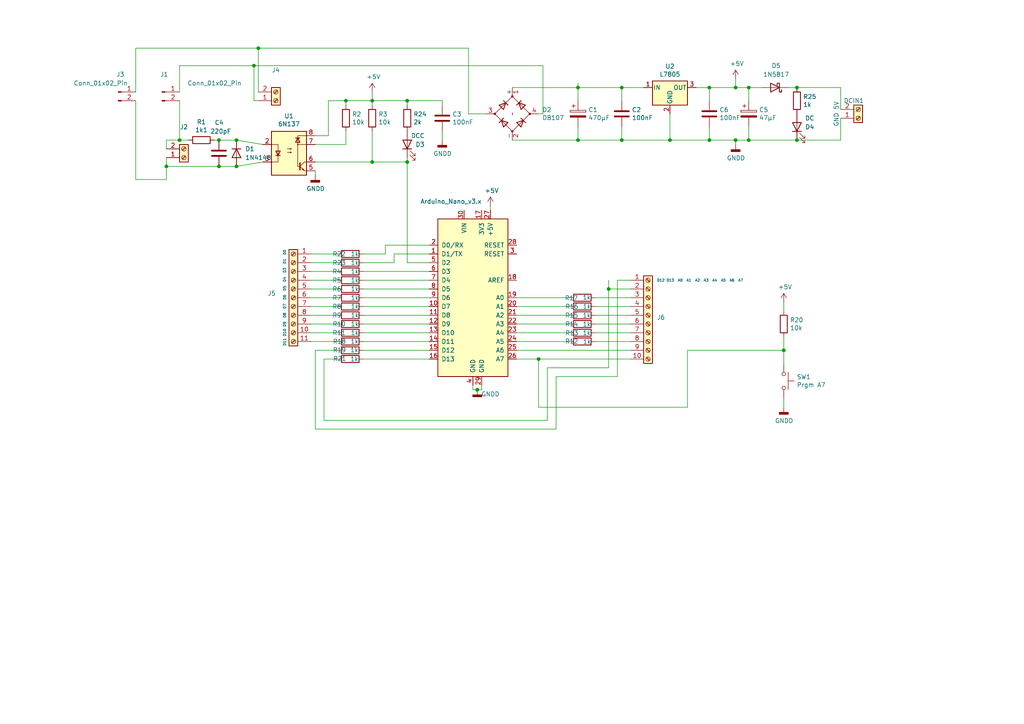
<source format=kicad_sch>
(kicad_sch (version 20230121) (generator eeschema)
  (paper "A4")
  (title_block (title "MrJ-Train-Signals-DCC-PCB") (date "2024-11-15") (rev "v1.0") (comment 1 "Custom PCB designed to work with") (comment 2 "https://github.com/HO44-PROJECT/MrJ-HO-scale-DB-style-Era-III-Train-Signals-Electronics") (comment 3 "This PCB needs a Nano to drive my Train Signals"))
  (lib_symbols
    (symbol "Connector:Conn_01x02_Pin" (pin_names (offset 1.016) hide)
      (property "Reference" "J" (at 0 2.54 0))
      (property "Value" "Conn_01x02_Pin" (at 0 -5.08 0))
      (symbol "Conn_01x02_Pin_1_1"
        (polyline (pts (xy 1.27 -2.54) (xy 0.8636 -2.54)) (stroke (width 0.1524)))
        (polyline (pts (xy 1.27 0) (xy 0.8636 0)) (stroke (width 0.1524)))
        (rectangle (start 0.8636 -2.413) (end 0 -2.667) (stroke (width 0.1524)) (fill (type outline)))
        (rectangle (start 0.8636 0.127) (end 0 -0.127) (stroke (width 0.1524)) (fill (type outline)))
        (pin passive line (at 5.08 0 180) (length 3.81) (name "Pin_1") (number "1"))
        (pin passive line (at 5.08 -2.54 180) (length 3.81) (name "Pin_2") (number "2"))
      )
    )
    (symbol "Connector:Screw_Terminal_01x02" (pin_names (offset 1.016) hide)
      (property "Reference" "J" (at 0 2.54 0))
      (property "Value" "Screw_Terminal_01x02" (at 0 -5.08 0))
      (symbol "Screw_Terminal_01x02_1_1"
        (rectangle (start -1.27 1.27) (end 1.27 -3.81) (stroke (width 0.254)) (fill (type background)))
        (circle (center 0 -2.54) (radius 0.635) (stroke (width 0.1524)))
        (polyline (pts (xy -0.5334 -2.2098) (xy 0.3302 -3.048)) (stroke (width 0.1524)))
        (polyline (pts (xy -0.5334 0.3302) (xy 0.3302 -0.508)) (stroke (width 0.1524)))
        (polyline (pts (xy -0.3556 -2.032) (xy 0.508 -2.8702)) (stroke (width 0.1524)))
        (polyline (pts (xy -0.3556 0.508) (xy 0.508 -0.3302)) (stroke (width 0.1524)))
        (circle (center 0 0) (radius 0.635) (stroke (width 0.1524)))
        (pin passive line (at -5.08 0 0) (length 3.81) (name "Pin_1") (number "1"))
        (pin passive line (at -5.08 -2.54 0) (length 3.81) (name "Pin_2") (number "2"))
      )
    )
    (symbol "Connector:Screw_Terminal_01x10" (pin_names (offset 1.016) hide)
      (property "Reference" "J" (at 0 12.7 0))
      (property "Value" "Screw_Terminal_01x10" (at 0 -15.24 0))
      (symbol "Screw_Terminal_01x10_1_1"
        (rectangle (start -1.27 11.43) (end 1.27 -13.97) (stroke (width 0.254)) (fill (type background)))
        (circle (center 0 -12.7) (radius 0.635) (stroke (width 0.1524)))
        (circle (center 0 -10.16) (radius 0.635) (stroke (width 0.1524)))
        (circle (center 0 -7.62) (radius 0.635) (stroke (width 0.1524)))
        (circle (center 0 -5.08) (radius 0.635) (stroke (width 0.1524)))
        (circle (center 0 -2.54) (radius 0.635) (stroke (width 0.1524)))
        (polyline (pts (xy -0.5334 -12.3698) (xy 0.3302 -13.208)) (stroke (width 0.1524)))
        (polyline (pts (xy -0.5334 -9.8298) (xy 0.3302 -10.668)) (stroke (width 0.1524)))
        (polyline (pts (xy -0.5334 -7.2898) (xy 0.3302 -8.128)) (stroke (width 0.1524)))
        (polyline (pts (xy -0.5334 -4.7498) (xy 0.3302 -5.588)) (stroke (width 0.1524)))
        (polyline (pts (xy -0.5334 -2.2098) (xy 0.3302 -3.048)) (stroke (width 0.1524)))
        (polyline (pts (xy -0.5334 0.3302) (xy 0.3302 -0.508)) (stroke (width 0.1524)))
        (polyline (pts (xy -0.5334 2.8702) (xy 0.3302 2.032)) (stroke (width 0.1524)))
        (polyline (pts (xy -0.5334 5.4102) (xy 0.3302 4.572)) (stroke (width 0.1524)))
        (polyline (pts (xy -0.5334 7.9502) (xy 0.3302 7.112)) (stroke (width 0.1524)))
        (polyline (pts (xy -0.5334 10.4902) (xy 0.3302 9.652)) (stroke (width 0.1524)))
        (polyline (pts (xy -0.3556 -12.192) (xy 0.508 -13.0302)) (stroke (width 0.1524)))
        (polyline (pts (xy -0.3556 -9.652) (xy 0.508 -10.4902)) (stroke (width 0.1524)))
        (polyline (pts (xy -0.3556 -7.112) (xy 0.508 -7.9502)) (stroke (width 0.1524)))
        (polyline (pts (xy -0.3556 -4.572) (xy 0.508 -5.4102)) (stroke (width 0.1524)))
        (polyline (pts (xy -0.3556 -2.032) (xy 0.508 -2.8702)) (stroke (width 0.1524)))
        (polyline (pts (xy -0.3556 0.508) (xy 0.508 -0.3302)) (stroke (width 0.1524)))
        (polyline (pts (xy -0.3556 3.048) (xy 0.508 2.2098)) (stroke (width 0.1524)))
        (polyline (pts (xy -0.3556 5.588) (xy 0.508 4.7498)) (stroke (width 0.1524)))
        (polyline (pts (xy -0.3556 8.128) (xy 0.508 7.2898)) (stroke (width 0.1524)))
        (polyline (pts (xy -0.3556 10.668) (xy 0.508 9.8298)) (stroke (width 0.1524)))
        (circle (center 0 0) (radius 0.635) (stroke (width 0.1524)))
        (circle (center 0 2.54) (radius 0.635) (stroke (width 0.1524)))
        (circle (center 0 5.08) (radius 0.635) (stroke (width 0.1524)))
        (circle (center 0 7.62) (radius 0.635) (stroke (width 0.1524)))
        (circle (center 0 10.16) (radius 0.635) (stroke (width 0.1524)))
        (pin passive line (at -5.08 10.16 0) (length 3.81) (name "Pin_1") (number "1"))
        (pin passive line (at -5.08 -12.7 0) (length 3.81) (name "Pin_10") (number "10"))
        (pin passive line (at -5.08 7.62 0) (length 3.81) (name "Pin_2") (number "2"))
        (pin passive line (at -5.08 5.08 0) (length 3.81) (name "Pin_3") (number "3"))
        (pin passive line (at -5.08 2.54 0) (length 3.81) (name "Pin_4") (number "4"))
        (pin passive line (at -5.08 0 0) (length 3.81) (name "Pin_5") (number "5"))
        (pin passive line (at -5.08 -2.54 0) (length 3.81) (name "Pin_6") (number "6"))
        (pin passive line (at -5.08 -5.08 0) (length 3.81) (name "Pin_7") (number "7"))
        (pin passive line (at -5.08 -7.62 0) (length 3.81) (name "Pin_8") (number "8"))
        (pin passive line (at -5.08 -10.16 0) (length 3.81) (name "Pin_9") (number "9"))
      )
    )
    (symbol "Connector:Screw_Terminal_01x11" (pin_names (offset 1.016) hide)
      (property "Reference" "J" (at 0 15.24 0))
      (property "Value" "Screw_Terminal_01x11" (at 0 -15.24 0))
      (symbol "Screw_Terminal_01x11_1_1"
        (rectangle (start -1.27 13.97) (end 1.27 -13.97) (stroke (width 0.254)) (fill (type background)))
        (circle (center 0 -12.7) (radius 0.635) (stroke (width 0.1524)))
        (circle (center 0 -10.16) (radius 0.635) (stroke (width 0.1524)))
        (circle (center 0 -7.62) (radius 0.635) (stroke (width 0.1524)))
        (circle (center 0 -5.08) (radius 0.635) (stroke (width 0.1524)))
        (circle (center 0 -2.54) (radius 0.635) (stroke (width 0.1524)))
        (polyline (pts (xy -0.5334 -12.3698) (xy 0.3302 -13.208)) (stroke (width 0.1524)))
        (polyline (pts (xy -0.5334 -9.8298) (xy 0.3302 -10.668)) (stroke (width 0.1524)))
        (polyline (pts (xy -0.5334 -7.2898) (xy 0.3302 -8.128)) (stroke (width 0.1524)))
        (polyline (pts (xy -0.5334 -4.7498) (xy 0.3302 -5.588)) (stroke (width 0.1524)))
        (polyline (pts (xy -0.5334 -2.2098) (xy 0.3302 -3.048)) (stroke (width 0.1524)))
        (polyline (pts (xy -0.5334 0.3302) (xy 0.3302 -0.508)) (stroke (width 0.1524)))
        (polyline (pts (xy -0.5334 2.8702) (xy 0.3302 2.032)) (stroke (width 0.1524)))
        (polyline (pts (xy -0.5334 5.4102) (xy 0.3302 4.572)) (stroke (width 0.1524)))
        (polyline (pts (xy -0.5334 7.9502) (xy 0.3302 7.112)) (stroke (width 0.1524)))
        (polyline (pts (xy -0.5334 10.4902) (xy 0.3302 9.652)) (stroke (width 0.1524)))
        (polyline (pts (xy -0.5334 13.0302) (xy 0.3302 12.192)) (stroke (width 0.1524)))
        (polyline (pts (xy -0.3556 -12.192) (xy 0.508 -13.0302)) (stroke (width 0.1524)))
        (polyline (pts (xy -0.3556 -9.652) (xy 0.508 -10.4902)) (stroke (width 0.1524)))
        (polyline (pts (xy -0.3556 -7.112) (xy 0.508 -7.9502)) (stroke (width 0.1524)))
        (polyline (pts (xy -0.3556 -4.572) (xy 0.508 -5.4102)) (stroke (width 0.1524)))
        (polyline (pts (xy -0.3556 -2.032) (xy 0.508 -2.8702)) (stroke (width 0.1524)))
        (polyline (pts (xy -0.3556 0.508) (xy 0.508 -0.3302)) (stroke (width 0.1524)))
        (polyline (pts (xy -0.3556 3.048) (xy 0.508 2.2098)) (stroke (width 0.1524)))
        (polyline (pts (xy -0.3556 5.588) (xy 0.508 4.7498)) (stroke (width 0.1524)))
        (polyline (pts (xy -0.3556 8.128) (xy 0.508 7.2898)) (stroke (width 0.1524)))
        (polyline (pts (xy -0.3556 10.668) (xy 0.508 9.8298)) (stroke (width 0.1524)))
        (polyline (pts (xy -0.3556 13.208) (xy 0.508 12.3698)) (stroke (width 0.1524)))
        (circle (center 0 0) (radius 0.635) (stroke (width 0.1524)))
        (circle (center 0 2.54) (radius 0.635) (stroke (width 0.1524)))
        (circle (center 0 5.08) (radius 0.635) (stroke (width 0.1524)))
        (circle (center 0 7.62) (radius 0.635) (stroke (width 0.1524)))
        (circle (center 0 10.16) (radius 0.635) (stroke (width 0.1524)))
        (circle (center 0 12.7) (radius 0.635) (stroke (width 0.1524)))
        (pin passive line (at -5.08 12.7 0) (length 3.81) (name "Pin_1") (number "1"))
        (pin passive line (at -5.08 -10.16 0) (length 3.81) (name "Pin_10") (number "10"))
        (pin passive line (at -5.08 -12.7 0) (length 3.81) (name "Pin_11") (number "11"))
        (pin passive line (at -5.08 10.16 0) (length 3.81) (name "Pin_2") (number "2"))
        (pin passive line (at -5.08 7.62 0) (length 3.81) (name "Pin_3") (number "3"))
        (pin passive line (at -5.08 5.08 0) (length 3.81) (name "Pin_4") (number "4"))
        (pin passive line (at -5.08 2.54 0) (length 3.81) (name "Pin_5") (number "5"))
        (pin passive line (at -5.08 0 0) (length 3.81) (name "Pin_6") (number "6"))
        (pin passive line (at -5.08 -2.54 0) (length 3.81) (name "Pin_7") (number "7"))
        (pin passive line (at -5.08 -5.08 0) (length 3.81) (name "Pin_8") (number "8"))
        (pin passive line (at -5.08 -7.62 0) (length 3.81) (name "Pin_9") (number "9"))
      )
    )
    (symbol "Device:C" (pin_numbers hide) (pin_names (offset 0.254))
      (property "Reference" "C" (at 0.635 2.54 0))
      (property "Value" "C" (at 0.635 -2.54 0))
      (symbol "C_0_1"
        (polyline (pts (xy -2.032 -0.762) (xy 2.032 -0.762)) (stroke (width 0.508)))
        (polyline (pts (xy -2.032 0.762) (xy 2.032 0.762)) (stroke (width 0.508)))
      )
      (symbol "C_1_1"
        (pin passive line (at 0 3.81 270) (length 2.794) (name "~") (number "1"))
        (pin passive line (at 0 -3.81 90) (length 2.794) (name "~") (number "2"))
      )
    )
    (symbol "Device:D_Bridge_+-AA" (pin_names (offset 0))
      (property "Reference" "D" (at 2.54 6.985 0))
      (property "Value" "D_Bridge_+-AA" (at 2.54 5.08 0))
      (symbol "D_Bridge_+-AA_0_1"
        (circle (center -5.08 0) (radius 0.254) (fill (type outline)))
        (circle (center 0 -5.08) (radius 0.254) (fill (type outline)))
        (polyline (pts (xy -2.54 3.81) (xy -1.27 2.54)) (stroke (width 0.254)))
        (polyline (pts (xy -1.27 -2.54) (xy -2.54 -3.81)) (stroke (width 0.254)))
        (polyline (pts (xy 2.54 -1.27) (xy 3.81 -2.54)) (stroke (width 0.254)))
        (polyline (pts (xy 2.54 1.27) (xy 3.81 2.54)) (stroke (width 0.254)))
        (polyline (pts (xy -3.81 2.54) (xy -2.54 1.27) (xy -1.905 3.175) (xy -3.81 2.54)) (stroke (width 0.254)))
        (polyline (pts (xy -2.54 -1.27) (xy -3.81 -2.54) (xy -1.905 -3.175) (xy -2.54 -1.27)) (stroke (width 0.254)))
        (polyline (pts (xy 1.27 2.54) (xy 2.54 3.81) (xy 3.175 1.905) (xy 1.27 2.54)) (stroke (width 0.254)))
        (polyline (pts (xy 3.175 -1.905) (xy 1.27 -2.54) (xy 2.54 -3.81) (xy 3.175 -1.905)) (stroke (width 0.254)))
        (polyline (pts (xy -5.08 0) (xy 0 -5.08) (xy 5.08 0) (xy 0 5.08) (xy -5.08 0)))
        (circle (center 0 5.08) (radius 0.254) (fill (type outline)))
        (circle (center 5.08 0) (radius 0.254) (fill (type outline)))
      )
      (symbol "D_Bridge_+-AA_1_1"
        (pin passive line (at 7.62 0 180) (length 2.54) (name "+") (number "1"))
        (pin passive line (at -7.62 0 0) (length 2.54) (name "-") (number "2"))
        (pin passive line (at 0 7.62 270) (length 2.54) (name "~") (number "3"))
        (pin passive line (at 0 -7.62 90) (length 2.54) (name "~") (number "4"))
      )
    )
    (symbol "Device:LED" (pin_numbers hide) (pin_names (offset 1.016) hide)
      (property "Reference" "D" (at 0 2.54 0))
      (property "Value" "LED" (at 0 -2.54 0))
      (symbol "LED_0_1"
        (polyline (pts (xy -1.27 -1.27) (xy -1.27 1.27)) (stroke (width 0.254)))
        (polyline (pts (xy -1.27 0) (xy 1.27 0)))
        (polyline (pts (xy 1.27 -1.27) (xy 1.27 1.27) (xy -1.27 0) (xy 1.27 -1.27)) (stroke (width 0.254)))
        (polyline (pts (xy -3.048 -0.762) (xy -4.572 -2.286) (xy -3.81 -2.286) (xy -4.572 -2.286) (xy -4.572 -1.524)))
        (polyline (pts (xy -1.778 -0.762) (xy -3.302 -2.286) (xy -2.54 -2.286) (xy -3.302 -2.286) (xy -3.302 -1.524)))
      )
      (symbol "LED_1_1"
        (pin passive line (at -3.81 0 0) (length 2.54) (name "K") (number "1"))
        (pin passive line (at 3.81 0 180) (length 2.54) (name "A") (number "2"))
      )
    )
    (symbol "Device:R" (pin_numbers hide) (pin_names (offset 0))
      (property "Reference" "R" (at 2.032 0 90))
      (property "Value" "R" (at 0 0 90))
      (symbol "R_0_1"
        (rectangle (start -1.016 -2.54) (end 1.016 2.54) (stroke (width 0.254)))
      )
      (symbol "R_1_1"
        (pin passive line (at 0 3.81 270) (length 1.27) (name "~") (number "1"))
        (pin passive line (at 0 -3.81 90) (length 1.27) (name "~") (number "2"))
      )
    )
    (symbol "Diode:1N4148" (pin_numbers hide) (pin_names hide)
      (property "Reference" "D" (at 0 2.54 0))
      (property "Value" "1N4148" (at 0 -2.54 0))
      (symbol "1N4148_0_1"
        (polyline (pts (xy -1.27 1.27) (xy -1.27 -1.27)) (stroke (width 0.254)))
        (polyline (pts (xy 1.27 0) (xy -1.27 0)))
        (polyline (pts (xy 1.27 1.27) (xy 1.27 -1.27) (xy -1.27 0) (xy 1.27 1.27)) (stroke (width 0.254)))
      )
      (symbol "1N4148_1_1"
        (pin passive line (at -3.81 0 0) (length 2.54) (name "K") (number "1"))
        (pin passive line (at 3.81 0 180) (length 2.54) (name "A") (number "2"))
      )
    )
    (symbol "Diode:1N5817" (pin_numbers hide) (pin_names (offset 1.016) hide)
      (property "Reference" "D" (at 0 2.54 0))
      (property "Value" "1N5817" (at 0 -2.54 0))
      (symbol "1N5817_0_1"
        (polyline (pts (xy 1.27 0) (xy -1.27 0)))
        (polyline (pts (xy 1.27 1.27) (xy 1.27 -1.27) (xy -1.27 0) (xy 1.27 1.27)) (stroke (width 0.254)))
        (polyline (pts (xy -1.905 0.635) (xy -1.905 1.27) (xy -1.27 1.27) (xy -1.27 -1.27) (xy -0.635 -1.27) (xy -0.635 -0.635)) (stroke (width 0.254)))
      )
      (symbol "1N5817_1_1"
        (pin passive line (at -3.81 0 0) (length 2.54) (name "K") (number "1"))
        (pin passive line (at 3.81 0 180) (length 2.54) (name "A") (number "2"))
      )
    )
    (symbol "Isolator:6N136" (pin_names (offset 1.016))
      (property "Reference" "U" (at -5.08 7.62 0))
      (property "Value" "6N136" (at 0 7.62 0))
      (symbol "6N136_0_1"
        (rectangle (start -5.08 6.35) (end 5.08 -6.35) (stroke (width 0.254)) (fill (type background)))
        (polyline (pts (xy -3.81 -0.635) (xy -2.54 -0.635)) (stroke (width 0.254)))
        (polyline (pts (xy 1.905 4.445) (xy 3.175 4.445)) (stroke (width 0.254)))
        (polyline (pts (xy 3.175 -2.794) (xy 3.175 -4.826)) (stroke (width 0.3556)))
        (polyline (pts (xy 3.302 -3.937) (xy 4.445 -5.08)))
        (polyline (pts (xy 3.302 -3.683) (xy 4.445 -2.54)))
        (polyline (pts (xy 5.08 -5.08) (xy 4.445 -5.08)))
        (polyline (pts (xy 5.08 -2.54) (xy 4.445 -2.54)))
        (polyline (pts (xy 5.08 2.54) (xy 2.54 2.54)))
        (polyline (pts (xy -5.08 2.54) (xy -3.175 2.54) (xy -3.175 -2.54) (xy -5.08 -2.54)))
        (polyline (pts (xy -3.175 -0.635) (xy -3.81 0.635) (xy -2.54 0.635) (xy -3.175 -0.635)) (stroke (width 0.254)))
        (polyline (pts (xy 2.54 4.445) (xy 1.905 3.175) (xy 3.175 3.175) (xy 2.54 4.445)) (stroke (width 0.254)))
        (polyline (pts (xy 4.318 -4.953) (xy 4.064 -4.445) (xy 3.81 -4.699) (xy 4.318 -4.953)))
        (polyline (pts (xy 5.08 5.08) (xy 2.54 5.08) (xy 2.54 -3.81) (xy 3.175 -3.81)))
        (polyline (pts (xy -0.508 0.254) (xy 0.762 0.254) (xy 0.381 0.127) (xy 0.381 0.381) (xy 0.762 0.254)))
        (polyline (pts (xy -0.508 1.27) (xy 0.762 1.27) (xy 0.381 1.143) (xy 0.381 1.397) (xy 0.762 1.27)))
        (circle (center 2.54 2.54) (radius 0.127))
      )
      (symbol "6N136_1_1"
        (pin no_connect line (at -5.08 5.08 0) (length 2.54) hide (name "NC") (number "1"))
        (pin passive line (at -7.62 2.54 0) (length 2.54) (name "~") (number "2"))
        (pin passive line (at -7.62 -2.54 0) (length 2.54) (name "~") (number "3"))
        (pin no_connect line (at -5.08 -5.08 0) (length 2.54) hide (name "NC") (number "4"))
        (pin passive line (at 7.62 -5.08 180) (length 2.54) (name "~") (number "5"))
        (pin passive line (at 7.62 -2.54 180) (length 2.54) (name "~") (number "6"))
        (pin passive line (at 7.62 2.54 180) (length 2.54) (name "~") (number "7"))
        (pin passive line (at 7.62 5.08 180) (length 2.54) (name "~") (number "8"))
      )
    )
    (symbol "Multiplexdecoder-rescue:Arduino_Nano_v3.x-MCU_Module" (pin_names (offset 1.016))
      (property "Reference" "A" (at -5.08 26.035 0))
      (property "Value" "MCU_Module_Arduino_Nano_v3.x" (at -5.08 24.13 0))
      (symbol "Arduino_Nano_v3.x-MCU_Module_0_1"
        (rectangle (start -10.16 22.86) (end 10.16 -22.86) (stroke (width 0.254)) (fill (type background)))
      )
      (symbol "Arduino_Nano_v3.x-MCU_Module_1_1"
        (pin bidirectional line (at -12.7 12.7 0) (length 2.54) (name "D1/TX") (number "1"))
        (pin bidirectional line (at -12.7 -2.54 0) (length 2.54) (name "D7") (number "10"))
        (pin bidirectional line (at -12.7 -5.08 0) (length 2.54) (name "D8") (number "11"))
        (pin bidirectional line (at -12.7 -7.62 0) (length 2.54) (name "D9") (number "12"))
        (pin bidirectional line (at -12.7 -10.16 0) (length 2.54) (name "D10") (number "13"))
        (pin bidirectional line (at -12.7 -12.7 0) (length 2.54) (name "D11") (number "14"))
        (pin bidirectional line (at -12.7 -15.24 0) (length 2.54) (name "D12") (number "15"))
        (pin bidirectional line (at -12.7 -17.78 0) (length 2.54) (name "D13") (number "16"))
        (pin power_out line (at 2.54 25.4 270) (length 2.54) (name "3V3") (number "17"))
        (pin input line (at 12.7 5.08 180) (length 2.54) (name "AREF") (number "18"))
        (pin bidirectional line (at 12.7 0 180) (length 2.54) (name "A0") (number "19"))
        (pin bidirectional line (at -12.7 15.24 0) (length 2.54) (name "D0/RX") (number "2"))
        (pin bidirectional line (at 12.7 -2.54 180) (length 2.54) (name "A1") (number "20"))
        (pin bidirectional line (at 12.7 -5.08 180) (length 2.54) (name "A2") (number "21"))
        (pin bidirectional line (at 12.7 -7.62 180) (length 2.54) (name "A3") (number "22"))
        (pin bidirectional line (at 12.7 -10.16 180) (length 2.54) (name "A4") (number "23"))
        (pin bidirectional line (at 12.7 -12.7 180) (length 2.54) (name "A5") (number "24"))
        (pin bidirectional line (at 12.7 -15.24 180) (length 2.54) (name "A6") (number "25"))
        (pin bidirectional line (at 12.7 -17.78 180) (length 2.54) (name "A7") (number "26"))
        (pin power_out line (at 5.08 25.4 270) (length 2.54) (name "+5V") (number "27"))
        (pin input line (at 12.7 15.24 180) (length 2.54) (name "RESET") (number "28"))
        (pin power_in line (at 2.54 -25.4 90) (length 2.54) (name "GND") (number "29"))
        (pin input line (at 12.7 12.7 180) (length 2.54) (name "RESET") (number "3"))
        (pin power_in line (at -2.54 25.4 270) (length 2.54) (name "VIN") (number "30"))
        (pin power_in line (at 0 -25.4 90) (length 2.54) (name "GND") (number "4"))
        (pin bidirectional line (at -12.7 10.16 0) (length 2.54) (name "D2") (number "5"))
        (pin bidirectional line (at -12.7 7.62 0) (length 2.54) (name "D3") (number "6"))
        (pin bidirectional line (at -12.7 5.08 0) (length 2.54) (name "D4") (number "7"))
        (pin bidirectional line (at -12.7 2.54 0) (length 2.54) (name "D5") (number "8"))
        (pin bidirectional line (at -12.7 0 0) (length 2.54) (name "D6") (number "9"))
      )
    )
    (symbol "Multiplexdecoder-rescue:CP-Device" (pin_numbers hide) (pin_names (offset 0.254))
      (property "Reference" "C" (at 0.635 2.54 0))
      (property "Value" "Device_CP" (at 0.635 -2.54 0))
      (symbol "CP-Device_0_1"
        (rectangle (start -2.286 0.508) (end -2.286 1.016))
        (rectangle (start -2.286 0.508) (end 2.286 0.508))
        (polyline (pts (xy -1.778 2.286) (xy -0.762 2.286)))
        (polyline (pts (xy -1.27 2.794) (xy -1.27 1.778)))
        (rectangle (start 2.286 -0.508) (end -2.286 -1.016) (fill (type outline)))
        (rectangle (start 2.286 1.016) (end -2.286 1.016))
        (rectangle (start 2.286 1.016) (end 2.286 0.508))
      )
      (symbol "CP-Device_1_1"
        (pin passive line (at 0 3.81 270) (length 2.794) (name "~") (number "1"))
        (pin passive line (at 0 -3.81 90) (length 2.794) (name "~") (number "2"))
      )
    )
    (symbol "Regulator_Linear:L7805" (pin_names (offset 0.254))
      (property "Reference" "U" (at -3.81 3.175 0))
      (property "Value" "L7805" (at 0 3.175 0))
      (symbol "L7805_0_1"
        (rectangle (start -5.08 1.905) (end 5.08 -5.08) (stroke (width 0.254)) (fill (type background)))
      )
      (symbol "L7805_1_1"
        (pin power_in line (at -7.62 0 0) (length 2.54) (name "IN") (number "1"))
        (pin power_in line (at 0 -7.62 90) (length 2.54) (name "GND") (number "2"))
        (pin power_out line (at 7.62 0 180) (length 2.54) (name "OUT") (number "3"))
      )
    )
    (symbol "Switch:SW_Push" (pin_numbers hide) (pin_names (offset 1.016) hide)
      (property "Reference" "SW" (at 1.27 2.54 0))
      (property "Value" "SW_Push" (at 0 -1.524 0))
      (symbol "SW_Push_0_1"
        (circle (center -2.032 0) (radius 0.508))
        (polyline (pts (xy 0 1.27) (xy 0 3.048)))
        (polyline (pts (xy 2.54 1.27) (xy -2.54 1.27)))
        (circle (center 2.032 0) (radius 0.508))
        (pin passive line (at -5.08 0 0) (length 2.54) (name "1") (number "1"))
        (pin passive line (at 5.08 0 180) (length 2.54) (name "2") (number "2"))
      )
    )
    (symbol "power:+5V" (power) (pin_names (offset 0))
      (property "Value" "+5V" (at 0 3.556 0))
      (symbol "+5V_0_1"
        (polyline (pts (xy -0.762 1.27) (xy 0 2.54)))
        (polyline (pts (xy 0 0) (xy 0 2.54)))
        (polyline (pts (xy 0 2.54) (xy 0.762 1.27)))
      )
      (symbol "+5V_1_1"
        (pin power_in line (at 0 0 90) (length 0) hide (name "+5V") (number "1"))
      )
    )
    (symbol "power:GNDD" (power) (pin_names (offset 0))
      (property "Value" "GNDD" (at 0 -3.175 0))
      (symbol "GNDD_0_1"
        (rectangle (start -1.27 -1.524) (end 1.27 -2.032) (stroke (width 0.254)) (fill (type outline)))
        (polyline (pts (xy 0 0) (xy 0 -1.524)))
      )
      (symbol "GNDD_1_1"
        (pin power_in line (at 0 0 270) (length 0) hide (name "GNDD") (number "1"))
      )
    )
  )
  (junction (at 180.34 40.64))
  (junction (at 118.11 29.21))
  (junction (at 100.33 29.21))
  (junction (at 231.14 40.64))
  (junction (at 217.17 25.4))
  (junction (at 176.53 83.82))
  (junction (at 73.66 19.05))
  (junction (at 48.26 48.26))
  (junction (at 213.36 25.4))
  (junction (at 107.95 46.99))
  (junction (at 205.74 40.64))
  (junction (at 63.5 48.26))
  (junction (at 107.95 29.21))
  (junction (at 156.21 104.14))
  (junction (at 231.14 25.4))
  (junction (at 205.74 25.4))
  (junction (at 118.11 46.99))
  (junction (at 194.31 40.64))
  (junction (at 167.64 25.4))
  (junction (at 227.33 101.6))
  (junction (at 213.36 40.64))
  (junction (at 68.58 48.26))
  (junction (at 167.64 40.64))
  (junction (at 217.17 40.64))
  (junction (at 74.93 13.97))
  (junction (at 68.58 40.64))
  (junction (at 138.43 113.03))
  (junction (at 180.34 25.4))
  (junction (at 63.5 40.64))
  (junction (at 52.07 40.64))
  (wire (pts (xy 213.36 40.64) (xy 213.36 41.91)))
  (wire (pts (xy 95.25 39.37) (xy 91.44 39.37)))
  (wire (pts (xy 93.98 104.14) (xy 97.79 104.14)))
  (wire (pts (xy 74.93 13.97) (xy 74.93 26.67)))
  (wire (pts (xy 62.23 40.64) (xy 63.5 40.64)))
  (wire (pts (xy 39.37 13.97) (xy 39.37 26.67)))
  (wire (pts (xy 48.26 48.26) (xy 63.5 48.26)))
  (wire (pts (xy 199.39 101.6) (xy 199.39 118.11)))
  (wire (pts (xy 100.33 30.48) (xy 100.33 29.21)))
  (wire (pts (xy 111.76 71.12) (xy 124.46 71.12)))
  (wire (pts (xy 182.88 99.06) (xy 172.72 99.06)))
  (wire (pts (xy 182.88 86.36) (xy 172.72 86.36)))
  (wire (pts (xy 176.53 81.28) (xy 176.53 83.82)))
  (wire (pts (xy 179.07 81.28) (xy 182.88 81.28)))
  (wire (pts (xy 105.41 99.06) (xy 124.46 99.06)))
  (wire (pts (xy 217.17 29.21) (xy 217.17 25.4)))
  (wire (pts (xy 149.86 91.44) (xy 165.1 91.44)))
  (wire (pts (xy 105.41 81.28) (xy 124.46 81.28)))
  (wire (pts (xy 213.36 40.64) (xy 217.17 40.64)))
  (wire (pts (xy 100.33 41.91) (xy 100.33 38.1)))
  (wire (pts (xy 137.16 111.76) (xy 137.16 113.03)))
  (wire (pts (xy 48.26 52.07) (xy 48.26 48.26)))
  (wire (pts (xy 227.33 101.6) (xy 199.39 101.6)))
  (wire (pts (xy 231.14 25.4) (xy 243.84 25.4)))
  (wire (pts (xy 227.33 101.6) (xy 227.33 105.41)))
  (wire (pts (xy 217.17 25.4) (xy 220.98 25.4)))
  (wire (pts (xy 167.64 40.64) (xy 180.34 40.64)))
  (wire (pts (xy 180.34 36.83) (xy 180.34 40.64)))
  (wire (pts (xy 100.33 29.21) (xy 107.95 29.21)))
  (wire (pts (xy 167.64 36.83) (xy 167.64 40.64)))
  (wire (pts (xy 107.95 29.21) (xy 107.95 30.48)))
  (wire (pts (xy 149.86 99.06) (xy 165.1 99.06)))
  (wire (pts (xy 105.41 88.9) (xy 124.46 88.9)))
  (wire (pts (xy 90.17 83.82) (xy 97.79 83.82)))
  (wire (pts (xy 199.39 118.11) (xy 156.21 118.11)))
  (wire (pts (xy 156.21 104.14) (xy 156.21 118.11)))
  (wire (pts (xy 135.89 13.97) (xy 135.89 33.02)))
  (wire (pts (xy 157.48 33.02) (xy 157.48 19.05)))
  (wire (pts (xy 176.53 83.82) (xy 182.88 83.82)))
  (wire (pts (xy 105.41 101.6) (xy 124.46 101.6)))
  (wire (pts (xy 118.11 46.99) (xy 107.95 46.99)))
  (wire (pts (xy 39.37 29.21) (xy 39.37 52.07)))
  (wire (pts (xy 90.17 96.52) (xy 97.79 96.52)))
  (wire (pts (xy 74.93 13.97) (xy 135.89 13.97)))
  (wire (pts (xy 228.6 25.4) (xy 231.14 25.4)))
  (wire (pts (xy 114.3 76.2) (xy 105.41 76.2)))
  (wire (pts (xy 105.41 86.36) (xy 124.46 86.36)))
  (wire (pts (xy 139.7 113.03) (xy 139.7 111.76)))
  (wire (pts (xy 156.21 33.02) (xy 157.48 33.02)))
  (wire (pts (xy 90.17 88.9) (xy 97.79 88.9)))
  (wire (pts (xy 182.88 88.9) (xy 172.72 88.9)))
  (wire (pts (xy 91.44 49.53) (xy 91.44 50.8)))
  (wire (pts (xy 231.14 40.64) (xy 243.84 40.64)))
  (wire (pts (xy 91.44 124.46) (xy 161.29 124.46)))
  (wire (pts (xy 227.33 87.63) (xy 227.33 90.17)))
  (wire (pts (xy 118.11 76.2) (xy 118.11 46.99)))
  (wire (pts (xy 205.74 25.4) (xy 213.36 25.4)))
  (wire (pts (xy 105.41 96.52) (xy 124.46 96.52)))
  (wire (pts (xy 205.74 25.4) (xy 205.74 29.21)))
  (wire (pts (xy 158.75 106.68) (xy 158.75 121.92)))
  (wire (pts (xy 52.07 19.05) (xy 52.07 26.67)))
  (wire (pts (xy 105.41 78.74) (xy 124.46 78.74)))
  (wire (pts (xy 39.37 52.07) (xy 48.26 52.07)))
  (wire (pts (xy 180.34 40.64) (xy 194.31 40.64)))
  (wire (pts (xy 217.17 36.83) (xy 217.17 40.64)))
  (wire (pts (xy 128.27 29.21) (xy 128.27 30.48)))
  (wire (pts (xy 149.86 86.36) (xy 165.1 86.36)))
  (wire (pts (xy 156.21 104.14) (xy 182.88 104.14)))
  (wire (pts (xy 97.79 101.6) (xy 91.44 101.6)))
  (wire (pts (xy 74.93 29.21) (xy 73.66 29.21)))
  (wire (pts (xy 137.16 113.03) (xy 138.43 113.03)))
  (wire (pts (xy 63.5 48.26) (xy 68.58 48.26)))
  (wire (pts (xy 167.64 25.4) (xy 180.34 25.4)))
  (wire (pts (xy 105.41 93.98) (xy 124.46 93.98)))
  (wire (pts (xy 73.66 19.05) (xy 157.48 19.05)))
  (wire (pts (xy 217.17 25.4) (xy 213.36 25.4)))
  (wire (pts (xy 91.44 41.91) (xy 100.33 41.91)))
  (wire (pts (xy 148.59 25.4) (xy 167.64 25.4)))
  (wire (pts (xy 107.95 29.21) (xy 118.11 29.21)))
  (wire (pts (xy 227.33 118.11) (xy 227.33 115.57)))
  (wire (pts (xy 76.2 46.99) (xy 68.58 48.26)))
  (wire (pts (xy 52.07 29.21) (xy 52.07 40.64)))
  (wire (pts (xy 95.25 29.21) (xy 95.25 39.37)))
  (wire (pts (xy 149.86 93.98) (xy 165.1 93.98)))
  (wire (pts (xy 158.75 121.92) (xy 93.98 121.92)))
  (wire (pts (xy 90.17 93.98) (xy 97.79 93.98)))
  (wire (pts (xy 161.29 109.22) (xy 179.07 109.22)))
  (wire (pts (xy 205.74 36.83) (xy 205.74 40.64)))
  (wire (pts (xy 93.98 121.92) (xy 93.98 104.14)))
  (wire (pts (xy 176.53 83.82) (xy 176.53 106.68)))
  (wire (pts (xy 243.84 31.75) (xy 243.84 25.4)))
  (wire (pts (xy 138.43 113.03) (xy 139.7 113.03)))
  (wire (pts (xy 90.17 81.28) (xy 97.79 81.28)))
  (wire (pts (xy 48.26 40.64) (xy 52.07 40.64)))
  (wire (pts (xy 205.74 40.64) (xy 213.36 40.64)))
  (wire (pts (xy 227.33 97.79) (xy 227.33 101.6)))
  (wire (pts (xy 52.07 19.05) (xy 73.66 19.05)))
  (wire (pts (xy 90.17 76.2) (xy 97.79 76.2)))
  (wire (pts (xy 149.86 101.6) (xy 182.88 101.6)))
  (wire (pts (xy 182.88 93.98) (xy 172.72 93.98)))
  (wire (pts (xy 161.29 109.22) (xy 161.29 124.46)))
  (wire (pts (xy 149.86 88.9) (xy 165.1 88.9)))
  (wire (pts (xy 118.11 30.48) (xy 118.11 29.21)))
  (wire (pts (xy 142.24 59.69) (xy 142.24 60.96)))
  (wire (pts (xy 90.17 73.66) (xy 97.79 73.66)))
  (wire (pts (xy 63.5 40.64) (xy 68.58 40.64)))
  (wire (pts (xy 48.26 45.72) (xy 48.26 48.26)))
  (wire (pts (xy 118.11 29.21) (xy 128.27 29.21)))
  (wire (pts (xy 105.41 83.82) (xy 124.46 83.82)))
  (wire (pts (xy 148.59 40.64) (xy 167.64 40.64)))
  (wire (pts (xy 180.34 25.4) (xy 186.69 25.4)))
  (wire (pts (xy 149.86 96.52) (xy 165.1 96.52)))
  (wire (pts (xy 90.17 86.36) (xy 97.79 86.36)))
  (wire (pts (xy 105.41 91.44) (xy 124.46 91.44)))
  (wire (pts (xy 128.27 38.1) (xy 128.27 40.64)))
  (wire (pts (xy 107.95 26.67) (xy 107.95 29.21)))
  (wire (pts (xy 118.11 45.72) (xy 118.11 46.99)))
  (wire (pts (xy 100.33 29.21) (xy 95.25 29.21)))
  (wire (pts (xy 182.88 96.52) (xy 172.72 96.52)))
  (wire (pts (xy 90.17 78.74) (xy 97.79 78.74)))
  (wire (pts (xy 111.76 73.66) (xy 111.76 71.12)))
  (wire (pts (xy 243.84 34.29) (xy 243.84 40.64)))
  (wire (pts (xy 107.95 46.99) (xy 91.44 46.99)))
  (wire (pts (xy 52.07 40.64) (xy 54.61 40.64)))
  (wire (pts (xy 90.17 99.06) (xy 97.79 99.06)))
  (wire (pts (xy 124.46 73.66) (xy 114.3 73.66)))
  (wire (pts (xy 217.17 40.64) (xy 231.14 40.64)))
  (wire (pts (xy 158.75 106.68) (xy 176.53 106.68)))
  (wire (pts (xy 180.34 25.4) (xy 180.34 29.21)))
  (wire (pts (xy 135.89 33.02) (xy 140.97 33.02)))
  (wire (pts (xy 201.93 25.4) (xy 205.74 25.4)))
  (wire (pts (xy 194.31 33.02) (xy 194.31 40.64)))
  (wire (pts (xy 90.17 91.44) (xy 97.79 91.44)))
  (wire (pts (xy 149.86 104.14) (xy 156.21 104.14)))
  (wire (pts (xy 167.64 29.21) (xy 167.64 25.4)))
  (wire (pts (xy 73.66 19.05) (xy 73.66 29.21)))
  (wire (pts (xy 114.3 73.66) (xy 114.3 76.2)))
  (wire (pts (xy 76.2 41.91) (xy 68.58 40.64)))
  (wire (pts (xy 179.07 81.28) (xy 179.07 109.22)))
  (wire (pts (xy 107.95 38.1) (xy 107.95 46.99)))
  (wire (pts (xy 182.88 91.44) (xy 172.72 91.44)))
  (wire (pts (xy 91.44 101.6) (xy 91.44 124.46)))
  (wire (pts (xy 194.31 40.64) (xy 205.74 40.64)))
  (wire (pts (xy 167.64 24.13) (xy 167.64 25.4)))
  (wire (pts (xy 105.41 104.14) (xy 124.46 104.14)))
  (wire (pts (xy 124.46 76.2) (xy 118.11 76.2)))
  (wire (pts (xy 105.41 73.66) (xy 111.76 73.66)))
  (wire (pts (xy 48.26 40.64) (xy 48.26 43.18)))
  (wire (pts (xy 213.36 22.86) (xy 213.36 25.4)))
  (wire (pts (xy 39.37 13.97) (xy 74.93 13.97)))
  (text "CONN_" (at 306.07 30.48 0) (effects (font (size 1.27 1.27)) (justify left bottom)))
  (symbol (lib_id "Multiplexdecoder-rescue:Arduino_Nano_v3.x-MCU_Module") (at 137.16 86.36 0) (unit 1)
    (property "Reference" "A1" (effects hide))
    (property "Value" "Arduino_Nano_v3.x" (at 130.81 58.42 0))
    (property "Footprint" "Module:Arduino_Nano" (effects hide))
    (property "Datasheet" "http://www.mouser.com/pdfdocs/Gravitech_Arduino_Nano3_0.pdf" (effects hide))
  )
  (symbol (lib_id "Device:R") (at 168.91 91.44 270) (unit 1)
    (property "Reference" "R15" (at 163.8533 90.7348 90) (effects (justify left top)))
    (property "Value" "1k" (at 170.18 90.7348 90) (effects (justify top)))
    (property "Footprint" "Resistor_SMD:R_1206_3216Metric_Pad1.30x1.75mm_HandSolder" (effects hide))
  )
  (symbol (lib_id "Device:R") (at 101.6 96.52 90) (unit 1)
    (property "Reference" "R11" (at 100.33 96.52 90) (effects (justify left)))
    (property "Value" "1k" (at 104.14 96.52 90) (effects (justify left)))
    (property "Footprint" "Resistor_SMD:R_1206_3216Metric_Pad1.30x1.75mm_HandSolder" (effects hide))
  )
  (symbol (lib_id "Device:R") (at 101.6 78.74 90) (unit 1)
    (property "Reference" "R4" (at 99.06 78.74 90) (effects (justify left)))
    (property "Value" "1k" (at 104.14 78.74 90) (effects (justify left)))
    (property "Footprint" "Resistor_SMD:R_1206_3216Metric_Pad1.30x1.75mm_HandSolder" (effects hide))
  )
  (symbol (lib_id "Device:R") (at 101.6 81.28 90) (unit 1)
    (property "Reference" "R5" (at 99.06 81.28 90) (effects (justify left)))
    (property "Value" "1k" (at 104.14 81.28 90) (effects (justify left)))
    (property "Footprint" "Resistor_SMD:R_1206_3216Metric_Pad1.30x1.75mm_HandSolder" (effects hide))
  )
  (symbol (lib_id "Device:R") (at 101.6 83.82 90) (unit 1)
    (property "Reference" "R6" (at 99.06 83.82 90) (effects (justify left)))
    (property "Value" "1k" (at 104.14 83.82 90) (effects (justify left)))
    (property "Footprint" "Resistor_SMD:R_1206_3216Metric_Pad1.30x1.75mm_HandSolder" (effects hide))
  )
  (symbol (lib_id "Device:R") (at 101.6 86.36 90) (unit 1)
    (property "Reference" "R7" (at 99.06 86.36 90) (effects (justify left)))
    (property "Value" "1k" (at 104.14 86.36 90) (effects (justify left)))
    (property "Footprint" "Resistor_SMD:R_1206_3216Metric_Pad1.30x1.75mm_HandSolder" (effects hide))
  )
  (symbol (lib_id "Device:R") (at 101.6 88.9 90) (unit 1)
    (property "Reference" "R8" (at 99.06 88.9 90) (effects (justify left)))
    (property "Value" "1k" (at 104.14 88.9 90) (effects (justify left)))
    (property "Footprint" "Resistor_SMD:R_1206_3216Metric_Pad1.30x1.75mm_HandSolder" (effects hide))
  )
  (symbol (lib_id "Device:R") (at 101.6 91.44 90) (unit 1)
    (property "Reference" "R9" (at 99.06 91.44 90) (effects (justify left)))
    (property "Value" "1k" (at 104.14 91.44 90) (effects (justify left)))
    (property "Footprint" "Resistor_SMD:R_1206_3216Metric_Pad1.30x1.75mm_HandSolder" (effects hide))
  )
  (symbol (lib_id "Device:R") (at 101.6 93.98 90) (unit 1)
    (property "Reference" "R10" (at 100.33 93.98 90) (effects (justify left)))
    (property "Value" "1k" (at 104.14 93.98 90) (effects (justify left)))
    (property "Footprint" "Resistor_SMD:R_1206_3216Metric_Pad1.30x1.75mm_HandSolder" (effects hide))
  )
  (symbol (lib_id "Device:R") (at 101.6 101.6 270) (unit 1)
    (property "Reference" "R19" (at 96.4933 100.7934 90) (effects (justify left top)))
    (property "Value" "1k" (at 102.7783 100.7934 90) (effects (justify top)))
    (property "Footprint" "Resistor_SMD:R_1206_3216Metric_Pad1.30x1.75mm_HandSolder" (effects hide))
  )
  (symbol (lib_id "Device:R") (at 168.91 86.36 270) (unit 1)
    (property "Reference" "R17" (at 163.778 85.7263 90) (effects (justify left top)))
    (property "Value" "1k" (at 170.159 85.5388 90) (effects (justify top)))
    (property "Footprint" "Resistor_SMD:R_1206_3216Metric_Pad1.30x1.75mm_HandSolder" (effects hide))
  )
  (symbol (lib_id "Device:R") (at 168.91 88.9 270) (unit 1)
    (property "Reference" "R16" (at 163.891 88.1741 90) (effects (justify left top)))
    (property "Value" "1k" (at 170.2176 88.1741 90) (effects (justify top)))
    (property "Footprint" "Resistor_SMD:R_1206_3216Metric_Pad1.30x1.75mm_HandSolder" (effects hide))
  )
  (symbol (lib_id "Device:R") (at 101.6 99.06 270) (unit 1)
    (property "Reference" "R18" (at 96.4933 98.3243 90) (effects (justify left top)))
    (property "Value" "1k" (at 102.8344 98.3243 90) (effects (justify top)))
    (property "Footprint" "Resistor_SMD:R_1206_3216Metric_Pad1.30x1.75mm_HandSolder" (effects hide))
  )
  (symbol (lib_id "Device:R") (at 168.91 93.98 270) (unit 1)
    (property "Reference" "R14" (at 163.8533 93.2579 90) (effects (justify left top)))
    (property "Value" "1k" (at 170.18 93.2956 90) (effects (justify top)))
    (property "Footprint" "Resistor_SMD:R_1206_3216Metric_Pad1.30x1.75mm_HandSolder" (effects hide))
  )
  (symbol (lib_id "Device:R") (at 168.91 96.52 270) (unit 1)
    (property "Reference" "R13" (at 163.891 95.8564 90) (effects (justify left top)))
    (property "Value" "1k" (at 170.18 95.8187 90) (effects (justify top)))
    (property "Footprint" "Resistor_SMD:R_1206_3216Metric_Pad1.30x1.75mm_HandSolder" (effects hide))
  )
  (symbol (lib_id "Device:R") (at 168.91 99.06 270) (unit 1)
    (property "Reference" "R12" (at 163.8533 98.2665 90) (effects (justify left top)))
    (property "Value" "1k" (at 170.2553 98.3795 90) (effects (justify top)))
    (property "Footprint" "Resistor_SMD:R_1206_3216Metric_Pad1.30x1.75mm_HandSolder" (effects hide))
  )
  (symbol (lib_id "Switch:SW_Push") (at 227.33 110.49 270) (unit 1)
    (property "Reference" "SW1" (at 231.0892 109.3216 90) (effects (justify left)))
    (property "Value" "Prgm A7" (at 231.0892 111.633 90) (effects (justify left)))
    (property "Footprint" "Button_Switch_THT:SW_PUSH_6mm_H5mm" (effects hide))
  )
  (symbol (lib_id "power:GNDD") (at 227.33 118.11 0) (unit 1)
    (property "Reference" "#PWR09" (effects hide))
    (property "Value" "GNDD" (at 227.4316 122.047 0))
  )
  (symbol (lib_id "Device:R") (at 227.33 93.98 0) (unit 1)
    (property "Reference" "R20" (at 229.108 92.8116 0) (effects (justify left)))
    (property "Value" "10k" (at 229.108 95.123 0) (effects (justify left)))
    (property "Footprint" "Resistor_THT:R_Axial_DIN0204_L3.6mm_D1.6mm_P7.62mm_Horizontal" (effects hide))
  )
  (symbol (lib_id "power:+5V") (at 227.33 87.63 0) (unit 1)
    (property "Reference" "#PWR08" (effects hide))
    (property "Value" "+5V" (at 227.711 83.2358 0))
  )
  (symbol (lib_id "power:+5V") (at 142.24 59.69 0) (unit 1)
    (property "Reference" "#PWR04" (effects hide))
    (property "Value" "+5V" (at 142.621 55.2958 0))
  )
  (symbol (lib_id "power:GNDD") (at 138.43 113.03 0) (unit 1)
    (property "Reference" "#PWR03" (effects hide))
    (property "Value" "GNDD" (at 142.24 114.3 0))
  )
  (symbol (lib_id "Isolator:6N136") (at 83.82 44.45 0) (unit 1)
    (property "Reference" "U1" (at 83.82 33.655 0))
    (property "Value" "6N137" (at 83.82 35.9664 0))
    (property "Footprint" "Package_DIP:DIP-8_W7.62mm" (effects hide))
    (property "Datasheet" "https://optoelectronics.liteon.com/upload/download/DS70-2008-0032/6N135-L%206N136-L%20series.pdf" (effects hide))
  )
  (symbol (lib_id "power:+5V") (at 107.95 26.67 0) (unit 1)
    (property "Reference" "#PWR01" (effects hide))
    (property "Value" "+5V" (at 108.331 22.2758 0))
  )
  (symbol (lib_id "Device:R") (at 107.95 34.29 180) (unit 1)
    (property "Reference" "R3" (at 109.728 33.1216 0) (effects (justify right)))
    (property "Value" "10k" (at 109.728 35.433 0) (effects (justify right)))
    (property "Footprint" "Resistor_THT:R_Axial_DIN0204_L3.6mm_D1.6mm_P7.62mm_Horizontal" (effects hide))
  )
  (symbol (lib_id "Device:R") (at 100.33 34.29 180) (unit 1)
    (property "Reference" "R2" (at 102.108 33.1216 0) (effects (justify right)))
    (property "Value" "10k" (at 102.108 35.433 0) (effects (justify right)))
    (property "Footprint" "Resistor_THT:R_Axial_DIN0204_L3.6mm_D1.6mm_P7.62mm_Horizontal" (effects hide))
  )
  (symbol (lib_id "power:GNDD") (at 91.44 50.8 0) (unit 1)
    (property "Reference" "#PWR02" (effects hide))
    (property "Value" "GNDD" (at 91.5416 54.737 0))
  )
  (symbol (lib_id "Device:R") (at 58.42 40.64 270) (unit 1)
    (property "Reference" "R1" (at 58.42 35.3822 90))
    (property "Value" "1k1" (at 58.42 37.6936 90))
    (property "Footprint" "Resistor_THT:R_Axial_DIN0207_L6.3mm_D2.5mm_P10.16mm_Horizontal" (effects hide))
  )
  (symbol (lib_id "Device:D_Bridge_+-AA") (at 148.59 33.02 90) (unit 1)
    (property "Reference" "D2" (at 157.2514 31.8516 90) (effects (justify right)))
    (property "Value" "DB107" (at 157.2514 34.163 90) (effects (justify right)))
    (property "Footprint" "Diode_THT:Diode_Bridge_DIP-4_W7.62mm_P5.08mm" (effects hide))
    (property "Datasheet" "~" (at 148.59 33.02 0))
  )
  (symbol (lib_id "power:GNDD") (at 213.36 41.91 0) (unit 1)
    (property "Reference" "#PWR06" (effects hide))
    (property "Value" "GNDD" (at 213.4616 45.847 0))
  )
  (symbol (lib_id "Multiplexdecoder-rescue:CP-Device") (at 167.64 33.02 0) (unit 1)
    (property "Reference" "C1" (at 170.6372 31.8516 0) (effects (justify left)))
    (property "Value" "470µF" (at 170.6372 34.163 0) (effects (justify left)))
    (property "Footprint" "Capacitor_THT:CP_Radial_D8.0mm_P3.50mm" (effects hide))
  )
  (symbol (lib_id "Regulator_Linear:L7805") (at 194.31 25.4 0) (unit 1)
    (property "Reference" "U2" (at 194.31 19.2532 0))
    (property "Value" "L7805" (at 194.31 21.5646 0))
    (property "Footprint" "Package_TO_SOT_THT:TO-220-3_Horizontal_TabDown" (effects hide))
    (property "Datasheet" "http://www.st.com/content/ccc/resource/technical/document/datasheet/41/4f/b3/b0/12/d4/47/88/CD00000444.pdf/files/CD00000444.pdf/jcr:content/translations/en.CD00000444.pdf" (effects hide))
  )
  (symbol (lib_id "Device:C") (at 180.34 33.02 0) (unit 1)
    (property "Reference" "C2" (at 183.261 31.8516 0) (effects (justify left)))
    (property "Value" "100nF" (at 183.261 34.163 0) (effects (justify left)))
    (property "Footprint" "Capacitor_THT:C_Disc_D4.7mm_W2.5mm_P5.00mm" (effects hide))
  )
  (symbol (lib_id "power:+5V") (at 213.36 22.86 0) (unit 1)
    (property "Reference" "#PWR05" (effects hide))
    (property "Value" "+5V" (at 213.741 18.4658 0))
  )
  (symbol (lib_id "Connector:Screw_Terminal_01x02") (at 53.34 45.72 0) (mirror x) (unit 1)
    (property "Reference" "J2" (at 53.34 36.83 0))
    (property "Value" "DCC" (effects hide))
    (property "Footprint" "TerminalBlock_4Ucon:TerminalBlock_4Ucon_1x02_P3.50mm_Horizontal" (effects hide))
  )
  (symbol (lib_id "Connector:Conn_01x02_Pin") (at 34.29 26.67 0) (unit 1)
    (property "Reference" "J3" (at 34.925 21.59 0))
    (property "Value" "Conn_01x02_Pin" (at 29.21 24.13 0))
    (property "Footprint" "Connector_PinHeader_2.54mm:PinHeader_1x02_P2.54mm_Vertical" (effects hide))
  )
  (symbol (lib_id "Device:LED") (at 231.14 36.83 90) (unit 1)
    (property "Reference" "D4" (at 236.22 36.83 90) (effects (justify left)))
    (property "Value" "DC" (at 236.22 34.29 90) (effects (justify left)))
    (property "Footprint" "LED_THT:LED_D3.0mm" (effects hide))
  )
  (symbol (lib_id "Diode:1N5817") (at 224.79 25.4 180) (unit 1)
    (property "Reference" "D5" (at 225.1075 19.05 0))
    (property "Value" "1N5817" (at 225.1075 21.59 0))
    (property "Footprint" "Diode_THT:D_DO-41_SOD81_P10.16mm_Horizontal" (effects hide))
    (property "Datasheet" "http://www.vishay.com/docs/88525/1n5817.pdf" (effects hide))
  )
  (symbol (lib_id "Diode:1N4148") (at 68.58 44.45 270) (unit 1)
    (property "Reference" "D1" (at 71.12 43.18 90) (effects (justify left)))
    (property "Value" "1N4148" (at 71.12 45.72 90) (effects (justify left)))
    (property "Footprint" "Diode_THT:D_DO-35_SOD27_P7.62mm_Horizontal" (effects hide))
    (property "Datasheet" "https://assets.nexperia.com/documents/data-sheet/1N4148_1N4448.pdf" (effects hide))
    (property "Sim.Device" "D" (effects hide))
    (property "Sim.Pins" "1=K 2=A" (effects hide))
  )
  (symbol (lib_id "Connector:Conn_01x02_Pin") (at 46.99 26.67 0) (unit 1)
    (property "Reference" "J1" (at 47.625 21.59 0))
    (property "Value" "Conn_01x02_Pin" (at 62.23 24.13 0))
    (property "Footprint" "Connector_PinHeader_2.54mm:PinHeader_1x02_P2.54mm_Vertical" (effects hide))
  )
  (symbol (lib_id "Connector:Screw_Terminal_01x11") (at 85.09 86.36 0) (mirror y) (unit 1)
    (property "Reference" "J5" (at 80.01 85.09 0) (effects (justify left)))
    (property "Value" "D11 D10 D9  D8  D7  D6  D5  D4  D3  D1  D0" (at 82.55 100.33 90) (effects (font (size 0.75 0.75)) (justify left)))
    (property "Footprint" "TerminalBlock_4Ucon:TerminalBlock_4Ucon_1x11_P3.50mm_Horizontal" (effects hide))
  )
  (symbol (lib_id "Device:R") (at 101.6 76.2 90) (unit 1)
    (property "Reference" "R23" (at 100.33 76.2 90) (effects (justify left)))
    (property "Value" "1k" (at 104.14 76.2 90) (effects (justify left)))
    (property "Footprint" "Resistor_SMD:R_1206_3216Metric_Pad1.30x1.75mm_HandSolder" (effects hide))
  )
  (symbol (lib_id "Device:LED") (at 118.11 41.91 90) (unit 1)
    (property "Reference" "D3" (at 123.19 41.91 90) (effects (justify left)))
    (property "Value" "DCC" (at 123.19 39.37 90) (effects (justify left)))
    (property "Footprint" "LED_THT:LED_D3.0mm" (effects hide))
  )
  (symbol (lib_id "Multiplexdecoder-rescue:CP-Device") (at 217.17 33.02 0) (unit 1)
    (property "Reference" "C5" (at 220.1672 31.8516 0) (effects (justify left)))
    (property "Value" "47µF" (at 220.1672 34.163 0) (effects (justify left)))
    (property "Footprint" "Capacitor_THT:CP_Radial_D5.0mm_P2.00mm" (effects hide))
  )
  (symbol (lib_id "Device:C") (at 63.5 44.45 0) (unit 1)
    (property "Reference" "C4" (at 62.23 35.56 0) (effects (justify left)))
    (property "Value" "220pF" (at 60.96 38.1 0) (effects (justify left)))
    (property "Footprint" "Capacitor_THT:C_Disc_D4.7mm_W2.5mm_P5.00mm" (effects hide))
  )
  (symbol (lib_id "Connector:Screw_Terminal_01x02") (at 80.01 29.21 0) (mirror x) (unit 1)
    (property "Reference" "J4" (at 80.01 20.32 0))
    (property "Value" "DCC" (effects hide))
    (property "Footprint" "TerminalBlock_4Ucon:TerminalBlock_4Ucon_1x02_P3.50mm_Horizontal" (effects hide))
  )
  (symbol (lib_id "power:GNDD") (at 128.27 40.64 0) (unit 1)
    (property "Reference" "#PWR013" (effects hide))
    (property "Value" "GNDD" (at 128.3716 44.577 0))
  )
  (symbol (lib_id "Device:R") (at 118.11 34.29 180) (unit 1)
    (property "Reference" "R24" (at 119.888 33.1216 0) (effects (justify right)))
    (property "Value" "2k" (at 119.888 35.433 0) (effects (justify right)))
    (property "Footprint" "Resistor_THT:R_Axial_DIN0204_L3.6mm_D1.6mm_P7.62mm_Horizontal" (effects hide))
  )
  (symbol (lib_id "Device:C") (at 205.74 33.02 0) (unit 1)
    (property "Reference" "C6" (at 208.661 31.8516 0) (effects (justify left)))
    (property "Value" "100nF" (at 208.661 34.163 0) (effects (justify left)))
    (property "Footprint" "Capacitor_THT:C_Disc_D4.7mm_W2.5mm_P5.00mm" (effects hide))
  )
  (symbol (lib_id "Connector:Screw_Terminal_01x02") (at 248.92 34.29 0) (mirror x) (unit 1)
    (property "Reference" "DCIN1" (at 247.65 29.21 0))
    (property "Value" "GND 5V" (at 242.57 33.02 90))
    (property "Footprint" "TerminalBlock_4Ucon:TerminalBlock_4Ucon_1x02_P3.50mm_Horizontal" (effects hide))
  )
  (symbol (lib_id "Device:R") (at 101.6 73.66 90) (unit 1)
    (property "Reference" "R22" (at 100.33 73.66 90) (effects (justify left)))
    (property "Value" "1k" (at 104.14 73.66 90) (effects (justify left)))
    (property "Footprint" "Resistor_SMD:R_1206_3216Metric_Pad1.30x1.75mm_HandSolder" (effects hide))
  )
  (symbol (lib_id "Device:R") (at 101.6 104.14 270) (unit 1)
    (property "Reference" "R21" (at 96.5495 103.3186 90) (effects (justify left top)))
    (property "Value" "1k" (at 102.7783 103.4308 90) (effects (justify top)))
    (property "Footprint" "Resistor_SMD:R_1206_3216Metric_Pad1.30x1.75mm_HandSolder" (effects hide))
  )
  (symbol (lib_id "Connector:Screw_Terminal_01x10") (at 187.96 91.44 0) (unit 1)
    (property "Reference" "J6" (at 190.5 92.075 0) (effects (justify left)))
    (property "Value" "D12 D13  A0  A1  A2  A3  A4  A5  A6  A7" (at 190.5 81.28 0) (effects (font (size 0.75 0.75)) (justify left)))
    (property "Footprint" "TerminalBlock_4Ucon:TerminalBlock_4Ucon_1x10_P3.50mm_Horizontal" (effects hide))
  )
  (symbol (lib_id "Device:C") (at 128.27 34.29 0) (unit 1)
    (property "Reference" "C3" (at 131.191 33.1216 0) (effects (justify left)))
    (property "Value" "100nF" (at 131.191 35.433 0) (effects (justify left)))
    (property "Footprint" "Capacitor_THT:C_Disc_D4.3mm_W1.9mm_P5.00mm" (effects hide))
  )
  (symbol (lib_id "Device:R") (at 231.14 29.21 180) (unit 1)
    (property "Reference" "R25" (at 232.918 28.0416 0) (effects (justify right)))
    (property "Value" "1k" (at 232.918 30.353 0) (effects (justify right)))
    (property "Footprint" "Resistor_THT:R_Axial_DIN0204_L3.6mm_D1.6mm_P7.62mm_Horizontal" (effects hide))
  )
)
</source>
